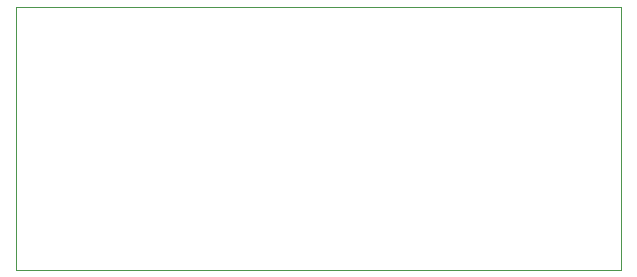
<source format=gbr>
%TF.GenerationSoftware,KiCad,Pcbnew,(6.0.0)*%
%TF.CreationDate,2022-03-30T13:23:40+02:00*%
%TF.ProjectId,led_display_digit,6c65645f-6469-4737-906c-61795f646967,rev?*%
%TF.SameCoordinates,Original*%
%TF.FileFunction,Profile,NP*%
%FSLAX46Y46*%
G04 Gerber Fmt 4.6, Leading zero omitted, Abs format (unit mm)*
G04 Created by KiCad (PCBNEW (6.0.0)) date 2022-03-30 13:23:40*
%MOMM*%
%LPD*%
G01*
G04 APERTURE LIST*
%TA.AperFunction,Profile*%
%ADD10C,0.100000*%
%TD*%
G04 APERTURE END LIST*
D10*
X70000000Y-55000000D02*
X121250000Y-55000000D01*
X121250000Y-55000000D02*
X121250000Y-77250000D01*
X121250000Y-77250000D02*
X70000000Y-77250000D01*
X70000000Y-77250000D02*
X70000000Y-55000000D01*
M02*

</source>
